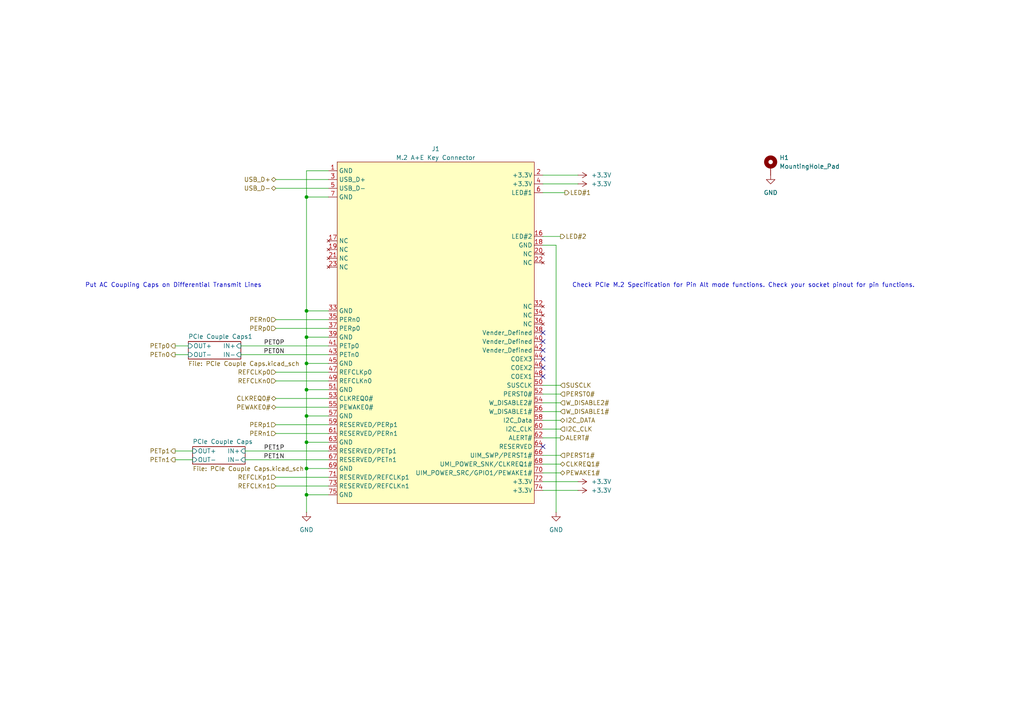
<source format=kicad_sch>
(kicad_sch (version 20250114) (generator "eeschema") (generator_version "9.0")
  (paper "A4")
  (lib_symbols
    (symbol "Mechanical:MountingHole_Pad" (pin_numbers (hide yes)) (pin_names (offset 1.016) (hide yes)) (in_bom no)
      (property "Reference" "H" (at 0 6.35 0))
      (property "Value" "MountingHole_Pad" (at 0 4.445 0))
      (symbol "MountingHole_Pad_0_1"
        (circle (center 0 1.27) (radius 1.27) (stroke (width 1.27)))
      )
      (symbol "MountingHole_Pad_1_1"
        (pin input line (at 0 -2.54 90) (length 2.54) (name "1") (number "1"))
      )
    )
    (symbol "PCIexpress:M.2_A+E_Key"
      (property "Reference" "J" (at 0 0 0))
      (property "Value" "M.2 A+E Key Connector" (at 0 0 0))
      (symbol "M.2_A+E_Key_0_1"
        (rectangle (start -27.94 -6.35) (end 29.21 -105.41) (fill (type background)))
      )
      (symbol "M.2_A+E_Key_1_1"
        (pin power_in line (at -30.48 -8.89 0) (length 2.54) (name "GND") (number "1"))
        (pin bidirectional line (at -30.48 -11.43 0) (length 2.54) (name "USB_D+") (number "3"))
        (pin bidirectional line (at -30.48 -13.97 0) (length 2.54) (name "USB_D-") (number "5"))
        (pin power_in line (at -30.48 -16.51 0) (length 2.54) (name "GND") (number "7"))
        (pin no_connect line (at -30.48 -29.21 0) (length 2.54) (name "NC") (number "17"))
        (pin no_connect line (at -30.48 -31.75 0) (length 2.54) (name "NC") (number "19"))
        (pin no_connect line (at -30.48 -34.29 0) (length 2.54) (name "NC") (number "21"))
        (pin no_connect line (at -30.48 -36.83 0) (length 2.54) (name "NC") (number "23"))
        (pin power_in line (at -30.48 -49.53 0) (length 2.54) (name "GND") (number "33"))
        (pin input line (at -30.48 -52.07 0) (length 2.54) (name "PERn0") (number "35"))
        (pin input line (at -30.48 -54.61 0) (length 2.54) (name "PERp0") (number "37"))
        (pin power_in line (at -30.48 -57.15 0) (length 2.54) (name "GND") (number "39"))
        (pin output line (at -30.48 -59.69 0) (length 2.54) (name "PETp0") (number "41"))
        (pin output line (at -30.48 -62.23 0) (length 2.54) (name "PETn0") (number "43"))
        (pin power_in line (at -30.48 -64.77 0) (length 2.54) (name "GND") (number "45"))
        (pin input line (at -30.48 -67.31 0) (length 2.54) (name "REFCLKp0") (number "47"))
        (pin input line (at -30.48 -69.85 0) (length 2.54) (name "REFCLKn0") (number "49"))
        (pin power_in line (at -30.48 -72.39 0) (length 2.54) (name "GND") (number "51"))
        (pin bidirectional line (at -30.48 -74.93 0) (length 2.54) (name "CLKREQ0#") (number "53"))
        (pin bidirectional line (at -30.48 -77.47 0) (length 2.54) (name "PEWAKE0#") (number "55"))
        (pin power_in line (at -30.48 -80.01 0) (length 2.54) (name "GND") (number "57"))
        (pin input line (at -30.48 -82.55 0) (length 2.54) (name "RESERVED/PERp1") (number "59"))
        (pin input line (at -30.48 -85.09 0) (length 2.54) (name "RESERVED/PERn1") (number "61"))
        (pin power_in line (at -30.48 -87.63 0) (length 2.54) (name "GND") (number "63"))
        (pin output line (at -30.48 -90.17 0) (length 2.54) (name "RESERVED/PETp1") (number "65"))
        (pin output line (at -30.48 -92.71 0) (length 2.54) (name "RESERVED/PETn1") (number "67"))
        (pin passive line (at -30.48 -95.25 0) (length 2.54) (name "GND") (number "69"))
        (pin input line (at -30.48 -97.79 0) (length 2.54) (name "RESERVED/REFCLKp1") (number "71"))
        (pin input line (at -30.48 -100.33 0) (length 2.54) (name "RESERVED/REFCLKn1") (number "73"))
        (pin power_in line (at -30.48 -102.87 0) (length 2.54) (name "GND") (number "75"))
        (pin power_in line (at 31.75 -10.16 180) (length 2.54) (name "+3.3V") (number "2"))
        (pin power_in line (at 31.75 -12.7 180) (length 2.54) (name "+3.3V") (number "4"))
        (pin output line (at 31.75 -15.24 180) (length 2.54) (name "LED#1") (number "6"))
        (pin output line (at 31.75 -27.94 180) (length 2.54) (name "LED#2") (number "16"))
        (pin power_in line (at 31.75 -30.48 180) (length 2.54) (name "GND") (number "18"))
        (pin no_connect line (at 31.75 -33.02 180) (length 2.54) (name "NC") (number "20"))
        (pin no_connect line (at 31.75 -35.56 180) (length 2.54) (name "NC") (number "22"))
        (pin no_connect line (at 31.75 -48.26 180) (length 2.54) (name "NC") (number "32"))
        (pin no_connect line (at 31.75 -50.8 180) (length 2.54) (name "NC") (number "34"))
        (pin no_connect line (at 31.75 -53.34 180) (length 2.54) (name "NC") (number "36"))
        (pin unspecified line (at 31.75 -55.88 180) (length 2.54) (name "Vender_Defined") (number "38"))
        (pin unspecified line (at 31.75 -58.42 180) (length 2.54) (name "Vender_Defined") (number "40"))
        (pin unspecified line (at 31.75 -60.96 180) (length 2.54) (name "Vender_Defined") (number "42"))
        (pin bidirectional line (at 31.75 -63.5 180) (length 2.54) (name "COEX3") (number "44"))
        (pin bidirectional line (at 31.75 -66.04 180) (length 2.54) (name "COEX2") (number "46"))
        (pin bidirectional line (at 31.75 -68.58 180) (length 2.54) (name "COEX1") (number "48"))
        (pin input line (at 31.75 -71.12 180) (length 2.54) (name "SUSCLK") (number "50"))
        (pin input line (at 31.75 -73.66 180) (length 2.54) (name "PERST0#") (number "52"))
        (pin input line (at 31.75 -76.2 180) (length 2.54) (name "W_DISABLE2#") (number "54"))
        (pin input line (at 31.75 -78.74 180) (length 2.54) (name "W_DISABLE1#") (number "56"))
        (pin bidirectional line (at 31.75 -81.28 180) (length 2.54) (name "I2C_Data") (number "58"))
        (pin input line (at 31.75 -83.82 180) (length 2.54) (name "I2C_CLK") (number "60"))
        (pin output line (at 31.75 -86.36 180) (length 2.54) (name "ALERT#") (number "62"))
        (pin unspecified line (at 31.75 -88.9 180) (length 2.54) (name "RESERVED") (number "64"))
        (pin unspecified line (at 31.75 -91.44 180) (length 2.54) (name "UIM_SWP/PERST1#") (number "66"))
        (pin unspecified line (at 31.75 -93.98 180) (length 2.54) (name "UMI_POWER_SNK/CLKREQ1#") (number "68"))
        (pin unspecified line (at 31.75 -96.52 180) (length 2.54) (name "UIM_POWER_SRC/GPIO1/PEWAKE1#") (number "70"))
        (pin power_in line (at 31.75 -99.06 180) (length 2.54) (name "+3.3V") (number "72"))
        (pin power_in line (at 31.75 -101.6 180) (length 2.54) (name "+3.3V") (number "74"))
      )
    )
    (symbol "power:+3.3V" (power) (pin_numbers (hide yes)) (pin_names (offset 0) (hide yes))
      (property "Value" "+3.3V" (at 0 3.556 0))
      (symbol "+3.3V_0_1"
        (polyline (pts (xy -0.762 1.27) (xy 0 2.54)))
        (polyline (pts (xy 0 2.54) (xy 0.762 1.27)))
        (polyline (pts (xy 0 0) (xy 0 2.54)))
      )
      (symbol "+3.3V_1_1"
        (pin power_in line (at 0 0 90) (length 0) (name "~") (number "1"))
      )
    )
    (symbol "power:GND" (power) (pin_numbers (hide yes)) (pin_names (offset 0) (hide yes))
      (property "Value" "GND" (at 0 -3.81 0))
      (symbol "GND_0_1"
        (polyline (pts (xy 0 0) (xy 0 -1.27) (xy 1.27 -1.27) (xy 0 -2.54) (xy -1.27 -1.27) (xy 0 -1.27)))
      )
      (symbol "GND_1_1"
        (pin power_in line (at 0 0 270) (length 0) (name "~") (number "1"))
      )
    )
  )
  (text "Put AC Coupling Caps on Differential Transmit Lines" (at 50.292 82.804 0) (effects (font (size 1.27 1.27))))
  (text "Check PCIe M.2 Specification for Pin Alt mode functions. Check your socket pinout for pin functions." (at 215.646 82.804 0) (effects (font (size 1.27 1.27))))
  (junction (at 88.9 57.15))
  (junction (at 88.9 120.65))
  (junction (at 88.9 143.51))
  (junction (at 88.9 128.27))
  (junction (at 88.9 105.41))
  (junction (at 88.9 113.03))
  (junction (at 88.9 97.79))
  (junction (at 88.9 135.89))
  (junction (at 88.9 90.17))
  (no_connect (at 157.48 101.6))
  (no_connect (at 157.48 104.14))
  (no_connect (at 157.48 109.22))
  (no_connect (at 157.48 106.68))
  (no_connect (at 157.48 96.52))
  (no_connect (at 157.48 129.54))
  (no_connect (at 157.48 99.06))
  (wire (pts (xy 80.01 95.25) (xy 95.25 95.25)))
  (wire (pts (xy 161.29 71.12) (xy 161.29 148.59)))
  (wire (pts (xy 69.85 100.33) (xy 95.25 100.33)))
  (wire (pts (xy 50.8 133.35) (xy 55.88 133.35)))
  (wire (pts (xy 69.85 102.87) (xy 95.25 102.87)))
  (wire (pts (xy 157.48 119.38) (xy 162.56 119.38)))
  (wire (pts (xy 88.9 135.89) (xy 88.9 143.51)))
  (wire (pts (xy 88.9 113.03) (xy 88.9 120.65)))
  (wire (pts (xy 95.25 49.53) (xy 88.9 49.53)))
  (wire (pts (xy 157.48 124.46) (xy 162.56 124.46)))
  (wire (pts (xy 80.01 110.49) (xy 95.25 110.49)))
  (wire (pts (xy 157.48 139.7) (xy 167.64 139.7)))
  (wire (pts (xy 50.8 130.81) (xy 55.88 130.81)))
  (wire (pts (xy 50.8 102.87) (xy 54.61 102.87)))
  (wire (pts (xy 157.48 132.08) (xy 162.56 132.08)))
  (wire (pts (xy 95.25 57.15) (xy 88.9 57.15)))
  (wire (pts (xy 157.48 111.76) (xy 162.56 111.76)))
  (wire (pts (xy 71.12 133.35) (xy 95.25 133.35)))
  (wire (pts (xy 157.48 121.92) (xy 162.56 121.92)))
  (wire (pts (xy 88.9 120.65) (xy 88.9 128.27)))
  (wire (pts (xy 88.9 90.17) (xy 88.9 97.79)))
  (wire (pts (xy 157.48 53.34) (xy 167.64 53.34)))
  (wire (pts (xy 88.9 57.15) (xy 88.9 90.17)))
  (wire (pts (xy 88.9 49.53) (xy 88.9 57.15)))
  (wire (pts (xy 80.01 107.95) (xy 95.25 107.95)))
  (wire (pts (xy 157.48 71.12) (xy 161.29 71.12)))
  (wire (pts (xy 95.25 120.65) (xy 88.9 120.65)))
  (wire (pts (xy 88.9 128.27) (xy 88.9 135.89)))
  (wire (pts (xy 88.9 105.41) (xy 88.9 113.03)))
  (wire (pts (xy 50.8 100.33) (xy 54.61 100.33)))
  (wire (pts (xy 80.01 115.57) (xy 95.25 115.57)))
  (wire (pts (xy 157.48 142.24) (xy 167.64 142.24)))
  (wire (pts (xy 157.48 68.58) (xy 162.56 68.58)))
  (wire (pts (xy 80.01 123.19) (xy 95.25 123.19)))
  (wire (pts (xy 157.48 137.16) (xy 162.56 137.16)))
  (wire (pts (xy 95.25 143.51) (xy 88.9 143.51)))
  (wire (pts (xy 95.25 128.27) (xy 88.9 128.27)))
  (wire (pts (xy 157.48 114.3) (xy 162.56 114.3)))
  (wire (pts (xy 80.01 125.73) (xy 95.25 125.73)))
  (wire (pts (xy 80.01 92.71) (xy 95.25 92.71)))
  (wire (pts (xy 157.48 127) (xy 162.56 127)))
  (wire (pts (xy 95.25 135.89) (xy 88.9 135.89)))
  (wire (pts (xy 88.9 97.79) (xy 88.9 105.41)))
  (wire (pts (xy 80.01 54.61) (xy 95.25 54.61)))
  (wire (pts (xy 80.01 140.97) (xy 95.25 140.97)))
  (wire (pts (xy 95.25 90.17) (xy 88.9 90.17)))
  (wire (pts (xy 157.48 50.8) (xy 167.64 50.8)))
  (wire (pts (xy 95.25 113.03) (xy 88.9 113.03)))
  (wire (pts (xy 88.9 143.51) (xy 88.9 148.59)))
  (wire (pts (xy 157.48 134.62) (xy 162.56 134.62)))
  (wire (pts (xy 95.25 97.79) (xy 88.9 97.79)))
  (wire (pts (xy 80.01 52.07) (xy 95.25 52.07)))
  (wire (pts (xy 157.48 55.88) (xy 163.83 55.88)))
  (wire (pts (xy 157.48 116.84) (xy 162.56 116.84)))
  (wire (pts (xy 95.25 105.41) (xy 88.9 105.41)))
  (wire (pts (xy 80.01 138.43) (xy 95.25 138.43)))
  (wire (pts (xy 80.01 118.11) (xy 95.25 118.11)))
  (wire (pts (xy 71.12 130.81) (xy 95.25 130.81)))
  (label "PET1N" (at 82.55 133.35 180))
  (label "PET0P" (at 82.55 100.33 180))
  (label "PET1P" (at 82.55 130.81 180))
  (label "PET0N" (at 82.55 102.87 180))
  (hierarchical_label "PERn0" (shape input) (at 80.01 92.71 180))
  (hierarchical_label "PEWAKE0#" (shape bidirectional) (at 80.01 118.11 180))
  (hierarchical_label "REFCLKn1" (shape input) (at 80.01 140.97 180))
  (hierarchical_label "USB_D-" (shape bidirectional) (at 80.01 54.61 180))
  (hierarchical_label "SUSCLK" (shape input) (at 162.56 111.76 0))
  (hierarchical_label "W_DISABLE1#" (shape input) (at 162.56 119.38 0))
  (hierarchical_label "PERST0#" (shape input) (at 162.56 114.3 0))
  (hierarchical_label "USB_D+" (shape bidirectional) (at 80.01 52.07 180))
  (hierarchical_label "PETp0" (shape output) (at 50.8 100.33 180))
  (hierarchical_label "PERp1" (shape input) (at 80.01 123.19 180))
  (hierarchical_label "CLKREQ1#" (shape bidirectional) (at 162.56 134.62 0))
  (hierarchical_label "REFCLKn0" (shape input) (at 80.01 110.49 180))
  (hierarchical_label "I2C_DATA" (shape bidirectional) (at 162.56 121.92 0))
  (hierarchical_label "PETn1" (shape output) (at 50.8 133.35 180))
  (hierarchical_label "PETp1" (shape output) (at 50.8 130.81 180))
  (hierarchical_label "PERp0" (shape input) (at 80.01 95.25 180))
  (hierarchical_label "I2C_CLK" (shape input) (at 162.56 124.46 0))
  (hierarchical_label "REFCLKp1" (shape input) (at 80.01 138.43 180))
  (hierarchical_label "PEWAKE1#" (shape bidirectional) (at 162.56 137.16 0))
  (hierarchical_label "PERn1" (shape input) (at 80.01 125.73 180))
  (hierarchical_label "PERST1#" (shape input) (at 162.56 132.08 0))
  (hierarchical_label "PETn0" (shape output) (at 50.8 102.87 180))
  (hierarchical_label "ALERT#" (shape output) (at 162.56 127 0))
  (hierarchical_label "W_DISABLE2#" (shape input) (at 162.56 116.84 0))
  (hierarchical_label "REFCLKp0" (shape input) (at 80.01 107.95 180))
  (hierarchical_label "LED#2" (shape output) (at 162.56 68.58 0))
  (hierarchical_label "CLKREQ0#" (shape bidirectional) (at 80.01 115.57 180))
  (hierarchical_label "LED#1" (shape output) (at 163.83 55.88 0))
  (symbol (lib_id "power:+3.3V") (at 167.64 139.7 270) (unit 1)
    (property "Reference" "#PWR06" (effects (hide yes)))
    (property "Value" "+3.3V" (at 171.45 139.6999 90) (effects (justify left)))
    (property "Description" "Power symbol creates a global label with name \"+3.3V\"" (effects (hide yes)))
  )
  (symbol (lib_id "power:GND") (at 88.9 148.59 0) (unit 1)
    (property "Reference" "#PWR02" (effects (hide yes)))
    (property "Value" "GND" (at 88.9 153.67 0))
    (property "Description" "Power symbol creates a global label with name \"GND\" , ground" (effects (hide yes)))
  )
  (symbol (lib_id "power:+3.3V") (at 167.64 53.34 270) (unit 1)
    (property "Reference" "#PWR05" (effects (hide yes)))
    (property "Value" "+3.3V" (at 171.45 53.3399 90) (effects (justify left)))
    (property "Description" "Power symbol creates a global label with name \"+3.3V\"" (effects (hide yes)))
  )
  (symbol (lib_id "power:GND") (at 223.52 50.8 0) (unit 1)
    (property "Reference" "#PWR01" (effects (hide yes)))
    (property "Value" "GND" (at 223.52 55.88 0))
    (property "Description" "Power symbol creates a global label with name \"GND\" , ground" (effects (hide yes)))
  )
  (symbol (lib_id "power:+3.3V") (at 167.64 50.8 270) (unit 1)
    (property "Reference" "#PWR04" (effects (hide yes)))
    (property "Value" "+3.3V" (at 171.45 50.7999 90) (effects (justify left)))
    (property "Description" "Power symbol creates a global label with name \"+3.3V\"" (effects (hide yes)))
  )
  (symbol (lib_id "PCIexpress:M.2_A+E_Key") (at 125.73 40.64 0) (unit 1)
    (property "Reference" "J1" (at 126.365 43.18 0))
    (property "Value" "M.2 A+E Key Connector" (at 126.365 45.72 0))
    (property "Footprint" "PCIexpress:M.2 A+E Key Connector" (effects (hide yes)))
    (property "Note" "Check PCIe M.2 Specification for Pin Alt mode functions. Check your socket pinout for pin functions." (effects (hide yes)))
  )
  (symbol (lib_id "Mechanical:MountingHole_Pad") (at 223.52 48.26 0) (unit 1) (in_bom no)
    (property "Reference" "H1" (at 226.06 45.7199 0) (effects (justify left)))
    (property "Value" "MountingHole_Pad" (at 226.06 48.2599 0) (effects (justify left)))
    (property "Footprint" "Athena KiCAd library:M.2 Mounting Pad" (effects (hide yes)))
    (property "Description" "Mounting Hole with connection" (effects (hide yes)))
  )
  (symbol (lib_id "power:+3.3V") (at 167.64 142.24 270) (unit 1)
    (property "Reference" "#PWR07" (effects (hide yes)))
    (property "Value" "+3.3V" (at 171.45 142.2399 90) (effects (justify left)))
    (property "Description" "Power symbol creates a global label with name \"+3.3V\"" (effects (hide yes)))
  )
  (symbol (lib_id "power:GND") (at 161.29 148.59 0) (unit 1)
    (property "Reference" "#PWR03" (effects (hide yes)))
    (property "Value" "GND" (at 161.29 153.67 0))
    (property "Description" "Power symbol creates a global label with name \"GND\" , ground" (effects (hide yes)))
  )
  (sheet (at 55.88 129.54) (size 15.24 5.08) (stroke (width 0.1524))
    (property "Sheetname" "PCIe Couple Caps" (at 55.88 128.8284 0) (effects (justify left bottom)))
    (property "Sheetfile" "PCIe Couple Caps.kicad_sch" (at 55.88 135.2046 0) (effects (justify left top)))
    (pin "OUT-" input (at 55.88 133.35 180))
    (pin "IN+" input (at 71.12 130.81 0))
    (pin "OUT+" input (at 55.88 130.81 180))
    (pin "IN-" input (at 71.12 133.35 0))
  )
  (sheet (at 54.61 99.06) (size 15.24 5.08) (stroke (width 0.1524))
    (property "Sheetname" "PCIe Couple Caps1" (at 54.61 98.3484 0) (effects (justify left bottom)))
    (property "Sheetfile" "PCIe Couple Caps.kicad_sch" (at 54.61 104.7246 0) (effects (justify left top)))
    (pin "OUT-" input (at 54.61 102.87 180))
    (pin "IN+" input (at 69.85 100.33 0))
    (pin "OUT+" input (at 54.61 100.33 180))
    (pin "IN-" input (at 69.85 102.87 0))
  )
)
</source>
